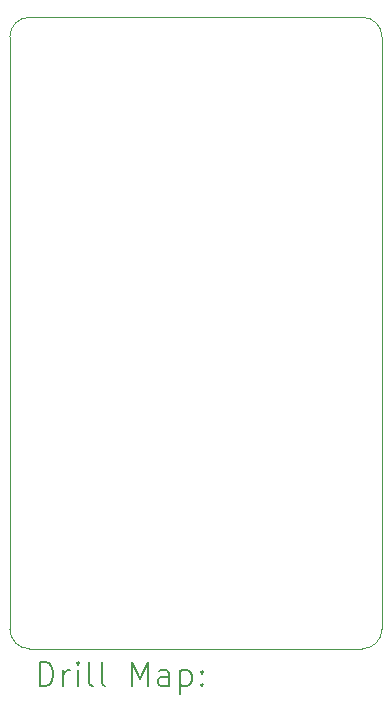
<source format=gbr>
%TF.GenerationSoftware,KiCad,Pcbnew,(6.0.8)*%
%TF.CreationDate,2023-06-01T04:31:06+02:00*%
%TF.ProjectId,BSPD-07,42535044-2d30-4372-9e6b-696361645f70,rev?*%
%TF.SameCoordinates,Original*%
%TF.FileFunction,Drillmap*%
%TF.FilePolarity,Positive*%
%FSLAX45Y45*%
G04 Gerber Fmt 4.5, Leading zero omitted, Abs format (unit mm)*
G04 Created by KiCad (PCBNEW (6.0.8)) date 2023-06-01 04:31:06*
%MOMM*%
%LPD*%
G01*
G04 APERTURE LIST*
%ADD10C,0.100000*%
%ADD11C,0.200000*%
G04 APERTURE END LIST*
D10*
X14995880Y-8238490D02*
G75*
G03*
X14830780Y-8403590I0J-165100D01*
G01*
X17980380Y-8403590D02*
G75*
G03*
X17815280Y-8238490I-165100J0D01*
G01*
X17815280Y-8238490D02*
X14995880Y-8238490D01*
X17815280Y-13585190D02*
G75*
G03*
X17980380Y-13420090I0J165100D01*
G01*
X14830780Y-13420090D02*
G75*
G03*
X14995880Y-13585190I165100J0D01*
G01*
X14995880Y-13585190D02*
X17815280Y-13585190D01*
X14830780Y-8403590D02*
X14830780Y-13420090D01*
X17980380Y-8403590D02*
X17980380Y-13420090D01*
D11*
X15083399Y-13900666D02*
X15083399Y-13700666D01*
X15131018Y-13700666D01*
X15159589Y-13710190D01*
X15178637Y-13729238D01*
X15188161Y-13748285D01*
X15197685Y-13786380D01*
X15197685Y-13814952D01*
X15188161Y-13853047D01*
X15178637Y-13872095D01*
X15159589Y-13891142D01*
X15131018Y-13900666D01*
X15083399Y-13900666D01*
X15283399Y-13900666D02*
X15283399Y-13767333D01*
X15283399Y-13805428D02*
X15292923Y-13786380D01*
X15302447Y-13776857D01*
X15321494Y-13767333D01*
X15340542Y-13767333D01*
X15407208Y-13900666D02*
X15407208Y-13767333D01*
X15407208Y-13700666D02*
X15397685Y-13710190D01*
X15407208Y-13719714D01*
X15416732Y-13710190D01*
X15407208Y-13700666D01*
X15407208Y-13719714D01*
X15531018Y-13900666D02*
X15511970Y-13891142D01*
X15502447Y-13872095D01*
X15502447Y-13700666D01*
X15635780Y-13900666D02*
X15616732Y-13891142D01*
X15607208Y-13872095D01*
X15607208Y-13700666D01*
X15864351Y-13900666D02*
X15864351Y-13700666D01*
X15931018Y-13843523D01*
X15997685Y-13700666D01*
X15997685Y-13900666D01*
X16178637Y-13900666D02*
X16178637Y-13795904D01*
X16169113Y-13776857D01*
X16150066Y-13767333D01*
X16111970Y-13767333D01*
X16092923Y-13776857D01*
X16178637Y-13891142D02*
X16159589Y-13900666D01*
X16111970Y-13900666D01*
X16092923Y-13891142D01*
X16083399Y-13872095D01*
X16083399Y-13853047D01*
X16092923Y-13833999D01*
X16111970Y-13824476D01*
X16159589Y-13824476D01*
X16178637Y-13814952D01*
X16273875Y-13767333D02*
X16273875Y-13967333D01*
X16273875Y-13776857D02*
X16292923Y-13767333D01*
X16331018Y-13767333D01*
X16350066Y-13776857D01*
X16359589Y-13786380D01*
X16369113Y-13805428D01*
X16369113Y-13862571D01*
X16359589Y-13881618D01*
X16350066Y-13891142D01*
X16331018Y-13900666D01*
X16292923Y-13900666D01*
X16273875Y-13891142D01*
X16454828Y-13881618D02*
X16464351Y-13891142D01*
X16454828Y-13900666D01*
X16445304Y-13891142D01*
X16454828Y-13881618D01*
X16454828Y-13900666D01*
X16454828Y-13776857D02*
X16464351Y-13786380D01*
X16454828Y-13795904D01*
X16445304Y-13786380D01*
X16454828Y-13776857D01*
X16454828Y-13795904D01*
M02*

</source>
